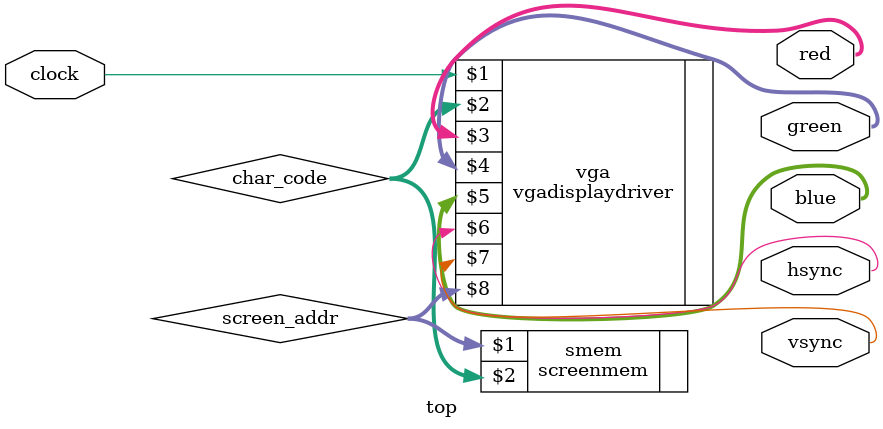
<source format=sv>
`timescale 1ns / 1ps


module top #(
    parameter NumSpr = 4,                   // Number of sprites to encode in Screen Memory
    parameter SABits = 12,                  // Number of bits for screen_address
    parameter NumLoc = 1200                 // Number of locations in Screen Memory
)(
    input wire clock,   
    output wire [3:0] red, green, blue,
    output wire hsync, vsync
    );
    
    wire [$clog2(NumSpr)-1:0] char_code;
    wire [SABits - 1:0] screen_addr;
    
    vgadisplaydriver vga(clock, char_code, red, green, blue, hsync, vsync, screen_addr);    
    screenmem #(NumLoc, $clog2(NumSpr)) smem(screen_addr, char_code);
  
endmodule

</source>
